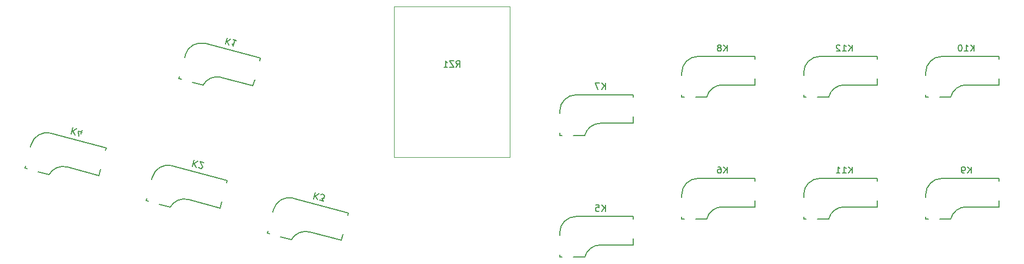
<source format=gbr>
%TF.GenerationSoftware,KiCad,Pcbnew,(6.0.1)*%
%TF.CreationDate,2023-06-02T16:05:18+02:00*%
%TF.ProjectId,cock,636f636b-2e6b-4696-9361-645f70636258,rev?*%
%TF.SameCoordinates,Original*%
%TF.FileFunction,Legend,Bot*%
%TF.FilePolarity,Positive*%
%FSLAX46Y46*%
G04 Gerber Fmt 4.6, Leading zero omitted, Abs format (unit mm)*
G04 Created by KiCad (PCBNEW (6.0.1)) date 2023-06-02 16:05:18*
%MOMM*%
%LPD*%
G01*
G04 APERTURE LIST*
%ADD10C,0.150000*%
%ADD11C,0.120000*%
G04 APERTURE END LIST*
D10*
%TO.C,K3*%
X103590690Y-69288282D02*
X103331871Y-70254208D01*
X104142648Y-69436179D02*
X103580783Y-69877214D01*
X103883829Y-70402104D02*
X103479768Y-69702250D01*
X104205804Y-70488377D02*
X104803758Y-70648599D01*
X104580380Y-70194354D01*
X104718370Y-70231328D01*
X104822687Y-70209981D01*
X104881009Y-70176309D01*
X104951655Y-70096641D01*
X105013278Y-69866659D01*
X104991931Y-69762341D01*
X104958259Y-69704020D01*
X104878591Y-69633374D01*
X104602612Y-69559426D01*
X104498295Y-69580773D01*
X104439974Y-69614444D01*
%TO.C,K4*%
X65840690Y-59138282D02*
X65581871Y-60104208D01*
X66392648Y-59286179D02*
X65830783Y-59727214D01*
X66133829Y-60252104D02*
X65729768Y-59552250D01*
X67048038Y-60151974D02*
X67220584Y-59508023D01*
X66719458Y-60458322D02*
X66674346Y-59706752D01*
X67272300Y-59866973D01*
%TO.C,K2*%
X84710690Y-64218282D02*
X84451871Y-65184208D01*
X85262648Y-64366179D02*
X84700783Y-64807214D01*
X85003829Y-65332104D02*
X84599768Y-64632250D01*
X85396450Y-65338709D02*
X85430122Y-65397030D01*
X85509790Y-65467676D01*
X85739772Y-65529300D01*
X85844090Y-65507953D01*
X85902411Y-65474281D01*
X85973057Y-65394613D01*
X85997706Y-65302620D01*
X85988684Y-65152306D01*
X85584623Y-64452452D01*
X86182577Y-64612673D01*
%TO.C,K1*%
X89840690Y-45138282D02*
X89581871Y-46104208D01*
X90392648Y-45286179D02*
X89830783Y-45727214D01*
X90133829Y-46252104D02*
X89729768Y-45552250D01*
X91312577Y-45532673D02*
X90760619Y-45384776D01*
X91036598Y-45458725D02*
X90777779Y-46424650D01*
X90722760Y-46262012D01*
X90655417Y-46145369D01*
X90575749Y-46074723D01*
%TO.C,K5*%
X148738095Y-72197380D02*
X148738095Y-71197380D01*
X148166666Y-72197380D02*
X148595238Y-71625952D01*
X148166666Y-71197380D02*
X148738095Y-71768809D01*
X147261904Y-71197380D02*
X147738095Y-71197380D01*
X147785714Y-71673571D01*
X147738095Y-71625952D01*
X147642857Y-71578333D01*
X147404761Y-71578333D01*
X147309523Y-71625952D01*
X147261904Y-71673571D01*
X147214285Y-71768809D01*
X147214285Y-72006904D01*
X147261904Y-72102142D01*
X147309523Y-72149761D01*
X147404761Y-72197380D01*
X147642857Y-72197380D01*
X147738095Y-72149761D01*
X147785714Y-72102142D01*
%TO.C,K6*%
X167738095Y-66247380D02*
X167738095Y-65247380D01*
X167166666Y-66247380D02*
X167595238Y-65675952D01*
X167166666Y-65247380D02*
X167738095Y-65818809D01*
X166309523Y-65247380D02*
X166500000Y-65247380D01*
X166595238Y-65295000D01*
X166642857Y-65342619D01*
X166738095Y-65485476D01*
X166785714Y-65675952D01*
X166785714Y-66056904D01*
X166738095Y-66152142D01*
X166690476Y-66199761D01*
X166595238Y-66247380D01*
X166404761Y-66247380D01*
X166309523Y-66199761D01*
X166261904Y-66152142D01*
X166214285Y-66056904D01*
X166214285Y-65818809D01*
X166261904Y-65723571D01*
X166309523Y-65675952D01*
X166404761Y-65628333D01*
X166595238Y-65628333D01*
X166690476Y-65675952D01*
X166738095Y-65723571D01*
X166785714Y-65818809D01*
%TO.C,K7*%
X148738095Y-53197380D02*
X148738095Y-52197380D01*
X148166666Y-53197380D02*
X148595238Y-52625952D01*
X148166666Y-52197380D02*
X148738095Y-52768809D01*
X147833333Y-52197380D02*
X147166666Y-52197380D01*
X147595238Y-53197380D01*
%TO.C,K8*%
X167738095Y-47197380D02*
X167738095Y-46197380D01*
X167166666Y-47197380D02*
X167595238Y-46625952D01*
X167166666Y-46197380D02*
X167738095Y-46768809D01*
X166595238Y-46625952D02*
X166690476Y-46578333D01*
X166738095Y-46530714D01*
X166785714Y-46435476D01*
X166785714Y-46387857D01*
X166738095Y-46292619D01*
X166690476Y-46245000D01*
X166595238Y-46197380D01*
X166404761Y-46197380D01*
X166309523Y-46245000D01*
X166261904Y-46292619D01*
X166214285Y-46387857D01*
X166214285Y-46435476D01*
X166261904Y-46530714D01*
X166309523Y-46578333D01*
X166404761Y-46625952D01*
X166595238Y-46625952D01*
X166690476Y-46673571D01*
X166738095Y-46721190D01*
X166785714Y-46816428D01*
X166785714Y-47006904D01*
X166738095Y-47102142D01*
X166690476Y-47149761D01*
X166595238Y-47197380D01*
X166404761Y-47197380D01*
X166309523Y-47149761D01*
X166261904Y-47102142D01*
X166214285Y-47006904D01*
X166214285Y-46816428D01*
X166261904Y-46721190D01*
X166309523Y-46673571D01*
X166404761Y-46625952D01*
%TO.C,K9*%
X205738095Y-66247380D02*
X205738095Y-65247380D01*
X205166666Y-66247380D02*
X205595238Y-65675952D01*
X205166666Y-65247380D02*
X205738095Y-65818809D01*
X204690476Y-66247380D02*
X204500000Y-66247380D01*
X204404761Y-66199761D01*
X204357142Y-66152142D01*
X204261904Y-66009285D01*
X204214285Y-65818809D01*
X204214285Y-65437857D01*
X204261904Y-65342619D01*
X204309523Y-65295000D01*
X204404761Y-65247380D01*
X204595238Y-65247380D01*
X204690476Y-65295000D01*
X204738095Y-65342619D01*
X204785714Y-65437857D01*
X204785714Y-65675952D01*
X204738095Y-65771190D01*
X204690476Y-65818809D01*
X204595238Y-65866428D01*
X204404761Y-65866428D01*
X204309523Y-65818809D01*
X204261904Y-65771190D01*
X204214285Y-65675952D01*
%TO.C,K10*%
X206214285Y-47197380D02*
X206214285Y-46197380D01*
X205642857Y-47197380D02*
X206071428Y-46625952D01*
X205642857Y-46197380D02*
X206214285Y-46768809D01*
X204690476Y-47197380D02*
X205261904Y-47197380D01*
X204976190Y-47197380D02*
X204976190Y-46197380D01*
X205071428Y-46340238D01*
X205166666Y-46435476D01*
X205261904Y-46483095D01*
X204071428Y-46197380D02*
X203976190Y-46197380D01*
X203880952Y-46245000D01*
X203833333Y-46292619D01*
X203785714Y-46387857D01*
X203738095Y-46578333D01*
X203738095Y-46816428D01*
X203785714Y-47006904D01*
X203833333Y-47102142D01*
X203880952Y-47149761D01*
X203976190Y-47197380D01*
X204071428Y-47197380D01*
X204166666Y-47149761D01*
X204214285Y-47102142D01*
X204261904Y-47006904D01*
X204309523Y-46816428D01*
X204309523Y-46578333D01*
X204261904Y-46387857D01*
X204214285Y-46292619D01*
X204166666Y-46245000D01*
X204071428Y-46197380D01*
%TO.C,K11*%
X187214285Y-66247380D02*
X187214285Y-65247380D01*
X186642857Y-66247380D02*
X187071428Y-65675952D01*
X186642857Y-65247380D02*
X187214285Y-65818809D01*
X185690476Y-66247380D02*
X186261904Y-66247380D01*
X185976190Y-66247380D02*
X185976190Y-65247380D01*
X186071428Y-65390238D01*
X186166666Y-65485476D01*
X186261904Y-65533095D01*
X184738095Y-66247380D02*
X185309523Y-66247380D01*
X185023809Y-66247380D02*
X185023809Y-65247380D01*
X185119047Y-65390238D01*
X185214285Y-65485476D01*
X185309523Y-65533095D01*
%TO.C,K12*%
X187214285Y-47197380D02*
X187214285Y-46197380D01*
X186642857Y-47197380D02*
X187071428Y-46625952D01*
X186642857Y-46197380D02*
X187214285Y-46768809D01*
X185690476Y-47197380D02*
X186261904Y-47197380D01*
X185976190Y-47197380D02*
X185976190Y-46197380D01*
X186071428Y-46340238D01*
X186166666Y-46435476D01*
X186261904Y-46483095D01*
X185309523Y-46292619D02*
X185261904Y-46245000D01*
X185166666Y-46197380D01*
X184928571Y-46197380D01*
X184833333Y-46245000D01*
X184785714Y-46292619D01*
X184738095Y-46387857D01*
X184738095Y-46483095D01*
X184785714Y-46625952D01*
X185357142Y-47197380D01*
X184738095Y-47197380D01*
%TO.C,RZ1*%
X125500857Y-49706380D02*
X125834190Y-49230190D01*
X126072285Y-49706380D02*
X126072285Y-48706380D01*
X125691333Y-48706380D01*
X125596095Y-48754000D01*
X125548476Y-48801619D01*
X125500857Y-48896857D01*
X125500857Y-49039714D01*
X125548476Y-49134952D01*
X125596095Y-49182571D01*
X125691333Y-49230190D01*
X126072285Y-49230190D01*
X125167523Y-48706380D02*
X124500857Y-48706380D01*
X125167523Y-49706380D01*
X124500857Y-49706380D01*
X123596095Y-49706380D02*
X124167523Y-49706380D01*
X123881809Y-49706380D02*
X123881809Y-48706380D01*
X123977047Y-48849238D01*
X124072285Y-48944476D01*
X124167523Y-48992095D01*
%TO.C,K3*%
X107614304Y-76751349D02*
X102707400Y-75436548D01*
X96179331Y-75265118D02*
X96080721Y-75633136D01*
X99834152Y-76638865D02*
X98166155Y-76191926D01*
X108764754Y-72457809D02*
X108666144Y-72825827D01*
X96448739Y-75731746D02*
X96080721Y-75633136D01*
X97066822Y-71952959D02*
X96968212Y-72320977D01*
X107877264Y-75769969D02*
X107614304Y-76751349D01*
X100177674Y-70156908D02*
X108764754Y-72457809D01*
X102707400Y-75436548D02*
G75*
G03*
X99829245Y-76657179I-657399J-2453454D01*
G01*
X100177674Y-70156908D02*
G75*
G03*
X97066822Y-71952959I-657401J-2453450D01*
G01*
%TO.C,K4*%
X58698739Y-65581746D02*
X58330721Y-65483136D01*
X59316822Y-61802959D02*
X59218212Y-62170977D01*
X69864304Y-66601349D02*
X64957400Y-65286548D01*
X71014754Y-62307809D02*
X70916144Y-62675827D01*
X70127264Y-65619969D02*
X69864304Y-66601349D01*
X58429331Y-65115118D02*
X58330721Y-65483136D01*
X62084152Y-66488865D02*
X60416155Y-66041926D01*
X62427674Y-60006908D02*
X71014754Y-62307809D01*
X62427674Y-60006908D02*
G75*
G03*
X59316822Y-61802959I-657401J-2453450D01*
G01*
X64957400Y-65286548D02*
G75*
G03*
X62079245Y-66507179I-657399J-2453454D01*
G01*
%TO.C,K2*%
X80954152Y-71568865D02*
X79286155Y-71121926D01*
X77568739Y-70661746D02*
X77200721Y-70563136D01*
X78186822Y-66882959D02*
X78088212Y-67250977D01*
X88734304Y-71681349D02*
X83827400Y-70366548D01*
X81297674Y-65086908D02*
X89884754Y-67387809D01*
X88997264Y-70699969D02*
X88734304Y-71681349D01*
X77299331Y-70195118D02*
X77200721Y-70563136D01*
X89884754Y-67387809D02*
X89786144Y-67755827D01*
X81297674Y-65086908D02*
G75*
G03*
X78186822Y-66882959I-657401J-2453450D01*
G01*
X83827400Y-70366548D02*
G75*
G03*
X80949245Y-71587179I-657399J-2453454D01*
G01*
%TO.C,K1*%
X82698739Y-51581746D02*
X82330721Y-51483136D01*
X94127264Y-51619969D02*
X93864304Y-52601349D01*
X93864304Y-52601349D02*
X88957400Y-51286548D01*
X86084152Y-52488865D02*
X84416155Y-52041926D01*
X86427674Y-46006908D02*
X95014754Y-48307809D01*
X83316822Y-47802959D02*
X83218212Y-48170977D01*
X82429331Y-51115118D02*
X82330721Y-51483136D01*
X95014754Y-48307809D02*
X94916144Y-48675827D01*
X88957400Y-51286548D02*
G75*
G03*
X86079245Y-52507179I-657399J-2453454D01*
G01*
X86427674Y-46006908D02*
G75*
G03*
X83316822Y-47802959I-657401J-2453450D01*
G01*
%TO.C,K5*%
X153080000Y-76444000D02*
X153080000Y-77460000D01*
X141650000Y-75555000D02*
X141650000Y-75936000D01*
X144190000Y-73015000D02*
X153080000Y-73015000D01*
X141650000Y-78984000D02*
X141650000Y-79365000D01*
X145535838Y-79365000D02*
X143809000Y-79365000D01*
X142031000Y-79365000D02*
X141650000Y-79365000D01*
X153080000Y-73015000D02*
X153080000Y-73396000D01*
X153080000Y-77460000D02*
X148000000Y-77460000D01*
X144190000Y-73015000D02*
G75*
G03*
X141650000Y-75555000I1J-2540001D01*
G01*
X148000000Y-77459999D02*
G75*
G03*
X145535838Y-79383960I0J-2540000D01*
G01*
%TO.C,K6*%
X164535838Y-73415000D02*
X162809000Y-73415000D01*
X172080000Y-71510000D02*
X167000000Y-71510000D01*
X172080000Y-70494000D02*
X172080000Y-71510000D01*
X172080000Y-67065000D02*
X172080000Y-67446000D01*
X160650000Y-69605000D02*
X160650000Y-69986000D01*
X163190000Y-67065000D02*
X172080000Y-67065000D01*
X160650000Y-73034000D02*
X160650000Y-73415000D01*
X161031000Y-73415000D02*
X160650000Y-73415000D01*
X163190000Y-67065000D02*
G75*
G03*
X160650000Y-69605000I1J-2540001D01*
G01*
X167000000Y-71509999D02*
G75*
G03*
X164535838Y-73433960I0J-2540000D01*
G01*
%TO.C,K7*%
X153080000Y-54015000D02*
X153080000Y-54396000D01*
X141650000Y-56555000D02*
X141650000Y-56936000D01*
X153080000Y-58460000D02*
X148000000Y-58460000D01*
X144190000Y-54015000D02*
X153080000Y-54015000D01*
X142031000Y-60365000D02*
X141650000Y-60365000D01*
X141650000Y-59984000D02*
X141650000Y-60365000D01*
X145535838Y-60365000D02*
X143809000Y-60365000D01*
X153080000Y-57444000D02*
X153080000Y-58460000D01*
X144190000Y-54015000D02*
G75*
G03*
X141650000Y-56555000I1J-2540001D01*
G01*
X148000000Y-58459999D02*
G75*
G03*
X145535838Y-60383960I0J-2540000D01*
G01*
%TO.C,K8*%
X172080000Y-51444000D02*
X172080000Y-52460000D01*
X163190000Y-48015000D02*
X172080000Y-48015000D01*
X172080000Y-52460000D02*
X167000000Y-52460000D01*
X160650000Y-50555000D02*
X160650000Y-50936000D01*
X172080000Y-48015000D02*
X172080000Y-48396000D01*
X161031000Y-54365000D02*
X160650000Y-54365000D01*
X160650000Y-53984000D02*
X160650000Y-54365000D01*
X164535838Y-54365000D02*
X162809000Y-54365000D01*
X163190000Y-48015000D02*
G75*
G03*
X160650000Y-50555000I1J-2540001D01*
G01*
X167000000Y-52459999D02*
G75*
G03*
X164535838Y-54383960I0J-2540000D01*
G01*
%TO.C,K9*%
X202535838Y-73415000D02*
X200809000Y-73415000D01*
X210080000Y-71510000D02*
X205000000Y-71510000D01*
X201190000Y-67065000D02*
X210080000Y-67065000D01*
X210080000Y-67065000D02*
X210080000Y-67446000D01*
X199031000Y-73415000D02*
X198650000Y-73415000D01*
X198650000Y-69605000D02*
X198650000Y-69986000D01*
X210080000Y-70494000D02*
X210080000Y-71510000D01*
X198650000Y-73034000D02*
X198650000Y-73415000D01*
X205000000Y-71509999D02*
G75*
G03*
X202535838Y-73433960I0J-2540000D01*
G01*
X201190000Y-67065000D02*
G75*
G03*
X198650000Y-69605000I1J-2540001D01*
G01*
%TO.C,K10*%
X199031000Y-54365000D02*
X198650000Y-54365000D01*
X201190000Y-48015000D02*
X210080000Y-48015000D01*
X210080000Y-51444000D02*
X210080000Y-52460000D01*
X210080000Y-48015000D02*
X210080000Y-48396000D01*
X198650000Y-53984000D02*
X198650000Y-54365000D01*
X198650000Y-50555000D02*
X198650000Y-50936000D01*
X202535838Y-54365000D02*
X200809000Y-54365000D01*
X210080000Y-52460000D02*
X205000000Y-52460000D01*
X205000000Y-52459999D02*
G75*
G03*
X202535838Y-54383960I0J-2540000D01*
G01*
X201190000Y-48015000D02*
G75*
G03*
X198650000Y-50555000I1J-2540001D01*
G01*
%TO.C,K11*%
X179650000Y-73034000D02*
X179650000Y-73415000D01*
X191080000Y-67065000D02*
X191080000Y-67446000D01*
X191080000Y-71510000D02*
X186000000Y-71510000D01*
X182190000Y-67065000D02*
X191080000Y-67065000D01*
X183535838Y-73415000D02*
X181809000Y-73415000D01*
X191080000Y-70494000D02*
X191080000Y-71510000D01*
X179650000Y-69605000D02*
X179650000Y-69986000D01*
X180031000Y-73415000D02*
X179650000Y-73415000D01*
X182190000Y-67065000D02*
G75*
G03*
X179650000Y-69605000I1J-2540001D01*
G01*
X186000000Y-71509999D02*
G75*
G03*
X183535838Y-73433960I0J-2540000D01*
G01*
%TO.C,K12*%
X182190000Y-48015000D02*
X191080000Y-48015000D01*
X191080000Y-52460000D02*
X186000000Y-52460000D01*
X179650000Y-53984000D02*
X179650000Y-54365000D01*
X179650000Y-50555000D02*
X179650000Y-50936000D01*
X191080000Y-48015000D02*
X191080000Y-48396000D01*
X183535838Y-54365000D02*
X181809000Y-54365000D01*
X191080000Y-51444000D02*
X191080000Y-52460000D01*
X180031000Y-54365000D02*
X179650000Y-54365000D01*
X186000000Y-52459999D02*
G75*
G03*
X183535838Y-54383960I0J-2540000D01*
G01*
X182190000Y-48015000D02*
G75*
G03*
X179650000Y-50555000I1J-2540001D01*
G01*
D11*
%TO.C,RZ1*%
X133858000Y-63754000D02*
X115858000Y-63754000D01*
X115858000Y-63754000D02*
X115858000Y-40254000D01*
X133858000Y-40254000D02*
X133858000Y-63754000D01*
X115858000Y-40254000D02*
X133858000Y-40254000D01*
%TD*%
M02*

</source>
